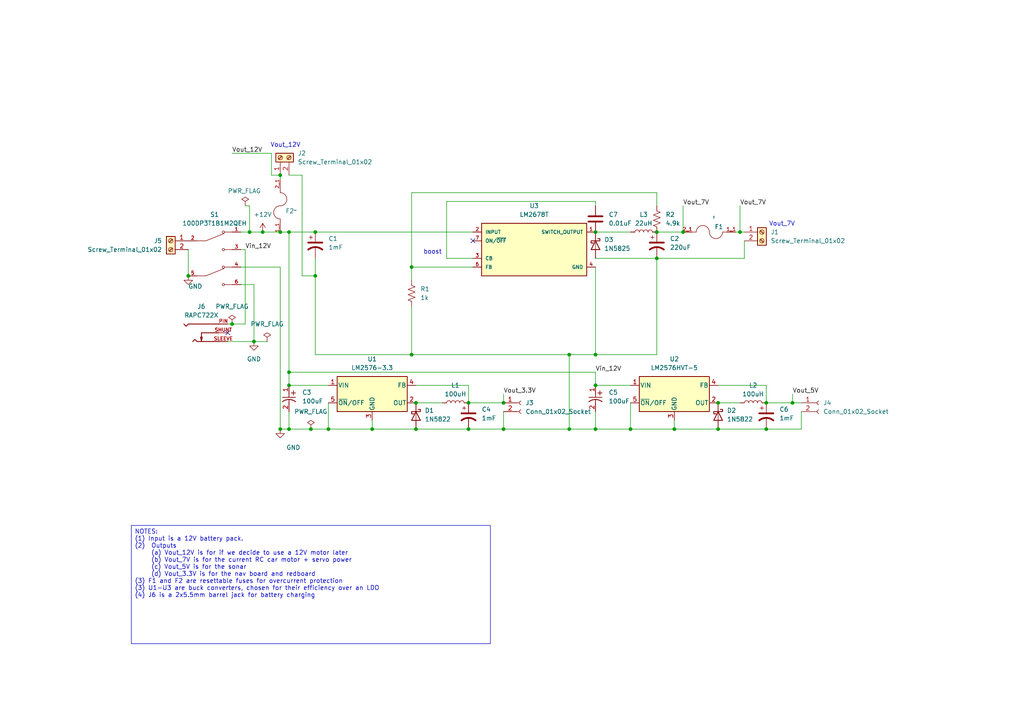
<source format=kicad_sch>
(kicad_sch (version 20231120) (generator "eeschema") (generator_version "8.0")
  (paper "A4")
  (title_block (title "Team 11 PDU") (date "2024-10-24") (rev "0.1"))
  (lib_symbols
    (symbol "2024-10-27_12-41-39:UHE1H221MPD" (pin_names (offset 0.254))
      (property "Reference" "C" (at 3.81 3.81 0))
      (property "Value" "UHE1H221MPD" (at 3.81 -3.81 0))
      (symbol "UHE1H221MPD_1_1"
        (polyline (pts (xy 1.5748 1.27) (xy 2.8448 1.27)) (stroke (width 0.2032)))
        (polyline (pts (xy 2.2098 0.635) (xy 2.2098 1.905)) (stroke (width 0.2032)))
        (polyline (pts (xy 2.54 0) (xy 3.4798 0)) (stroke (width 0.2032)))
        (polyline (pts (xy 3.4798 -1.905) (xy 3.4798 1.905)) (stroke (width 0.2032)))
        (polyline (pts (xy 4.1148 0) (xy 5.08 0)) (stroke (width 0.2032)))
        (arc (start 4.7541 1.9108) (mid 4.1148 0) (end 4.7541 -1.9108) (stroke (width 0.254)))
        (pin unspecified line (at 0 0 0) (length 2.54) (name "") (number "1"))
        (pin unspecified line (at 7.62 0 180) (length 2.54) (name "") (number "2"))
      )
      (symbol "UHE1H221MPD_1_2"
        (polyline (pts (xy -1.905 -3.4798) (xy 1.905 -3.4798)) (stroke (width 0.2032)))
        (polyline (pts (xy 0 -4.1148) (xy 0 -5.08)) (stroke (width 0.2032)))
        (polyline (pts (xy 0 -2.54) (xy 0 -3.4798)) (stroke (width 0.2032)))
        (polyline (pts (xy 0.635 -2.2098) (xy 1.905 -2.2098)) (stroke (width 0.2032)))
        (polyline (pts (xy 1.27 -1.5748) (xy 1.27 -2.8448)) (stroke (width 0.2032)))
        (arc (start 1.9108 -4.7541) (mid 0 -4.1148) (end -1.9108 -4.7541) (stroke (width 0.254)))
        (pin unspecified line (at 0 -7.62 90) (length 2.54) (name "") (number "1"))
        (pin unspecified line (at 0 0 270) (length 2.54) (name "") (number "2"))
      )
    )
    (symbol "Connector:Conn_01x02_Socket" (pin_names (offset 1.016) hide)
      (property "Reference" "J" (at 0 2.54 0))
      (property "Value" "Conn_01x02_Socket" (at 0 -5.08 0))
      (symbol "Conn_01x02_Socket_1_1"
        (arc (start 0 -2.032) (mid -0.5058 -2.54) (end 0 -3.048) (stroke (width 0.1524)))
        (polyline (pts (xy -1.27 -2.54) (xy -0.508 -2.54)) (stroke (width 0.1524)))
        (polyline (pts (xy -1.27 0) (xy -0.508 0)) (stroke (width 0.1524)))
        (arc (start 0 0.508) (mid -0.5058 0) (end 0 -0.508) (stroke (width 0.1524)))
        (pin passive line (at -5.08 0 0) (length 3.81) (name "Pin_1") (number "1"))
        (pin passive line (at -5.08 -2.54 0) (length 3.81) (name "Pin_2") (number "2"))
      )
    )
    (symbol "Connector:Screw_Terminal_01x02" (pin_names (offset 1.016) hide)
      (property "Reference" "J" (at 0 2.54 0))
      (property "Value" "Screw_Terminal_01x02" (at 0 -5.08 0))
      (symbol "Screw_Terminal_01x02_1_1"
        (rectangle (start -1.27 1.27) (end 1.27 -3.81) (stroke (width 0.254)) (fill (type background)))
        (circle (center 0 -2.54) (radius 0.635) (stroke (width 0.1524)))
        (polyline (pts (xy -0.5334 -2.2098) (xy 0.3302 -3.048)) (stroke (width 0.1524)))
        (polyline (pts (xy -0.5334 0.3302) (xy 0.3302 -0.508)) (stroke (width 0.1524)))
        (polyline (pts (xy -0.3556 -2.032) (xy 0.508 -2.8702)) (stroke (width 0.1524)))
        (polyline (pts (xy -0.3556 0.508) (xy 0.508 -0.3302)) (stroke (width 0.1524)))
        (circle (center 0 0) (radius 0.635) (stroke (width 0.1524)))
        (pin passive line (at -5.08 0 0) (length 3.81) (name "Pin_1") (number "1"))
        (pin passive line (at -5.08 -2.54 0) (length 3.81) (name "Pin_2") (number "2"))
      )
    )
    (symbol "DPDT:100DP3T1B1M2QEH" (pin_names (offset 1.016))
      (property "Reference" "S" (at -2.54 10.16 0))
      (property "Value" "100DP3T1B1M2QEH" (at -2.54 -10.16 0))
      (symbol "100DP3T1B1M2QEH_0_0"
        (polyline (pts (xy -2.54 -5.08) (xy -5.08 -5.08)) (stroke (width 0.1524)))
        (polyline (pts (xy -2.54 -5.08) (xy 2.794 -2.9464)) (stroke (width 0.1524)))
        (polyline (pts (xy -2.54 5.08) (xy -5.08 5.08)) (stroke (width 0.1524)))
        (polyline (pts (xy -2.54 5.08) (xy 2.794 7.2136)) (stroke (width 0.1524)))
        (polyline (pts (xy 5.08 -7.62) (xy 2.921 -7.62)) (stroke (width 0.1524)))
        (polyline (pts (xy 5.08 -2.54) (xy 2.921 -2.54)) (stroke (width 0.1524)))
        (polyline (pts (xy 5.08 2.54) (xy 2.921 2.54)) (stroke (width 0.1524)))
        (polyline (pts (xy 5.08 7.62) (xy 2.921 7.62)) (stroke (width 0.1524)))
        (circle (center 2.54 -7.62) (radius 0.3302) (stroke (width 0.1524)))
        (circle (center 2.54 -2.54) (radius 0.3302) (stroke (width 0.1524)))
        (circle (center 2.54 2.54) (radius 0.3302) (stroke (width 0.1524)))
        (circle (center 2.54 7.62) (radius 0.3302) (stroke (width 0.1524)))
        (pin passive line (at 7.62 7.62 180) (length 2.54) (name "~") (number "1"))
        (pin passive line (at -7.62 5.08 0) (length 2.54) (name "~") (number "2"))
        (pin passive line (at 7.62 2.54 180) (length 2.54) (name "~") (number "3"))
        (pin passive line (at 7.62 -2.54 180) (length 2.54) (name "~") (number "4"))
        (pin passive line (at -7.62 -5.08 0) (length 2.54) (name "~") (number "5"))
        (pin passive line (at 7.62 -7.62 180) (length 2.54) (name "~") (number "6"))
      )
    )
    (symbol "Device:C" (pin_numbers hide) (pin_names (offset 0.254))
      (property "Reference" "C" (at 0.635 2.54 0))
      (property "Value" "C" (at 0.635 -2.54 0))
      (symbol "C_0_1"
        (polyline (pts (xy -2.032 -0.762) (xy 2.032 -0.762)) (stroke (width 0.508)))
        (polyline (pts (xy -2.032 0.762) (xy 2.032 0.762)) (stroke (width 0.508)))
      )
      (symbol "C_1_1"
        (pin passive line (at 0 3.81 270) (length 2.794) (name "~") (number "1"))
        (pin passive line (at 0 -3.81 90) (length 2.794) (name "~") (number "2"))
      )
    )
    (symbol "Device:C_Polarized_US" (pin_numbers hide) (pin_names (offset 0.254) hide)
      (property "Reference" "C" (at 0.635 2.54 0))
      (property "Value" "C_Polarized_US" (at 0.635 -2.54 0))
      (symbol "C_Polarized_US_0_1"
        (polyline (pts (xy -2.032 0.762) (xy 2.032 0.762)) (stroke (width 0.508)))
        (polyline (pts (xy -1.778 2.286) (xy -0.762 2.286)))
        (polyline (pts (xy -1.27 1.778) (xy -1.27 2.794)))
        (arc (start 2.032 -1.27) (mid 0 -0.5572) (end -2.032 -1.27) (stroke (width 0.508)))
      )
      (symbol "C_Polarized_US_1_1"
        (pin passive line (at 0 3.81 270) (length 2.794) (name "~") (number "1"))
        (pin passive line (at 0 -3.81 90) (length 3.302) (name "~") (number "2"))
      )
    )
    (symbol "Device:L" (pin_numbers hide) (pin_names (offset 1.016) hide)
      (property "Reference" "L" (at -1.27 0 90))
      (property "Value" "L" (at 1.905 0 90))
      (symbol "L_0_1"
        (arc (start 0 -2.54) (mid 0.6323 -1.905) (end 0 -1.27))
        (arc (start 0 -1.27) (mid 0.6323 -0.635) (end 0 0))
        (arc (start 0 0) (mid 0.6323 0.635) (end 0 1.27))
        (arc (start 0 1.27) (mid 0.6323 1.905) (end 0 2.54))
      )
      (symbol "L_1_1"
        (pin passive line (at 0 3.81 270) (length 1.27) (name "1") (number "1"))
        (pin passive line (at 0 -3.81 90) (length 1.27) (name "2") (number "2"))
      )
    )
    (symbol "Device:R_US" (pin_numbers hide) (pin_names (offset 0))
      (property "Reference" "R" (at 2.54 0 90))
      (property "Value" "R_US" (at -2.54 0 90))
      (symbol "R_US_0_1"
        (polyline (pts (xy 0 -2.286) (xy 0 -2.54)))
        (polyline (pts (xy 0 2.286) (xy 0 2.54)))
        (polyline (pts (xy 0 -0.762) (xy 1.016 -1.143) (xy 0 -1.524) (xy -1.016 -1.905) (xy 0 -2.286)))
        (polyline (pts (xy 0 0.762) (xy 1.016 0.381) (xy 0 0) (xy -1.016 -0.381) (xy 0 -0.762)))
        (polyline (pts (xy 0 2.286) (xy 1.016 1.905) (xy 0 1.524) (xy -1.016 1.143) (xy 0 0.762)))
      )
      (symbol "R_US_1_1"
        (pin passive line (at 0 3.81 270) (length 1.27) (name "~") (number "1"))
        (pin passive line (at 0 -3.81 90) (length 1.27) (name "~") (number "2"))
      )
    )
    (symbol "Diode:1N5822" (pin_numbers hide) (pin_names (offset 1.016) hide)
      (property "Reference" "D" (at 0 2.54 0))
      (property "Value" "1N5822" (at 0 -2.54 0))
      (symbol "1N5822_0_1"
        (polyline (pts (xy 1.27 0) (xy -1.27 0)))
        (polyline (pts (xy 1.27 1.27) (xy 1.27 -1.27) (xy -1.27 0) (xy 1.27 1.27)) (stroke (width 0.254)))
        (polyline (pts (xy -1.905 0.635) (xy -1.905 1.27) (xy -1.27 1.27) (xy -1.27 -1.27) (xy -0.635 -1.27) (xy -0.635 -0.635)) (stroke (width 0.254)))
      )
      (symbol "1N5822_1_1"
        (pin passive line (at -3.81 0 0) (length 2.54) (name "K") (number "1"))
        (pin passive line (at 3.81 0 180) (length 2.54) (name "A") (number "2"))
      )
    )
    (symbol "LM2678b:LM2678T-ADJ_NOPB" (pin_names (offset 1.016))
      (property "Reference" "U" (at -15.3073 7.6536 0))
      (property "Value" "LM2678T-ADJ_NOPB" (at -15.2977 -10.1985 0))
      (symbol "LM2678T-ADJ_NOPB_0_0"
        (rectangle (start -15.24 -7.62) (end 15.24 7.62) (stroke (width 0.254)) (fill (type background)))
        (pin output line (at 17.78 5.08 180) (length 2.54) (name "SWITCH_OUTPUT") (number "1"))
        (pin input line (at -17.78 5.08 0) (length 2.54) (name "INPUT") (number "2"))
        (pin input line (at -17.78 -2.54 0) (length 2.54) (name "CB") (number "3"))
        (pin power_in line (at 17.78 -5.08 180) (length 2.54) (name "GND") (number "4"))
        (pin input line (at -17.78 -5.08 0) (length 2.54) (name "FB") (number "6"))
        (pin input line (at -17.78 2.54 0) (length 2.54) (name "ON/~{OFF}") (number "7"))
      )
    )
    (symbol "Regulator_Switching:GL2576-3.3TB5T" (pin_names (offset 0.254))
      (property "Reference" "U" (at -10.16 6.35 0))
      (property "Value" "GL2576-3.3TB5T" (at 0 6.35 0))
      (symbol "GL2576-3.3TB5T_0_1"
        (rectangle (start -10.16 5.08) (end 10.16 -5.08) (stroke (width 0.254)) (fill (type background)))
      )
      (symbol "GL2576-3.3TB5T_1_1"
        (pin power_in line (at -12.7 2.54 0) (length 2.54) (name "VIN") (number "1"))
        (pin output line (at 12.7 -2.54 180) (length 2.54) (name "OUT") (number "2"))
        (pin power_in line (at 0 -7.62 90) (length 2.54) (name "GND") (number "3"))
        (pin input line (at 12.7 2.54 180) (length 2.54) (name "FB") (number "4"))
        (pin input line (at -12.7 -2.54 0) (length 2.54) (name "~{ON}/OFF") (number "5"))
      )
    )
    (symbol "Regulator_Switching:LM2576HVT-5" (pin_names (offset 0.254))
      (property "Reference" "U" (at -10.16 6.35 0))
      (property "Value" "LM2576HVT-5" (at 0 6.35 0))
      (symbol "LM2576HVT-5_0_1"
        (rectangle (start -10.16 5.08) (end 10.16 -5.08) (stroke (width 0.254)) (fill (type background)))
      )
      (symbol "LM2576HVT-5_1_1"
        (pin power_in line (at -12.7 2.54 0) (length 2.54) (name "VIN") (number "1"))
        (pin output line (at 12.7 -2.54 180) (length 2.54) (name "OUT") (number "2"))
        (pin power_in line (at 0 -7.62 90) (length 2.54) (name "GND") (number "3"))
        (pin input line (at 12.7 2.54 180) (length 2.54) (name "FB") (number "4"))
        (pin input line (at -12.7 -2.54 0) (length 2.54) (name "~{ON}/OFF") (number "5"))
      )
    )
    (symbol "barrel:RAPC722X" (pin_names (offset 1.016))
      (property "Reference" "J" (at -5.08 5.08 0))
      (property "Value" "RAPC722X" (at -5.08 -6.35 0))
      (symbol "RAPC722X_0_0"
        (polyline (pts (xy -4.445 1.905) (xy -5.08 2.54)) (stroke (width 0.254)))
        (polyline (pts (xy -3.81 2.54) (xy -4.445 1.905)) (stroke (width 0.254)))
        (polyline (pts (xy -1.905 -1.905) (xy -2.54 -2.54)) (stroke (width 0.254)))
        (polyline (pts (xy -1.27 -2.54) (xy -1.905 -1.905)) (stroke (width 0.254)))
        (polyline (pts (xy 0 0) (xy 0 -2.54)) (stroke (width 0.254)))
        (polyline (pts (xy 0 0) (xy 5.08 0)) (stroke (width 0.254)))
        (polyline (pts (xy 5.08 -2.54) (xy -1.27 -2.54)) (stroke (width 0.254)))
        (polyline (pts (xy 5.08 2.54) (xy -3.81 2.54)) (stroke (width 0.254)))
        (polyline (pts (xy 0 -2.286) (xy 0.254 -1.27) (xy -0.254 -1.27) (xy 0 -2.286)) (stroke (width 0.254)) (fill (type outline)))
        (pin passive line (at 7.62 2.54 180) (length 2.54) (name "~") (number "PIN"))
        (pin passive line (at 7.62 0 180) (length 2.54) (name "~") (number "SHUNT"))
        (pin passive line (at 7.62 -2.54 180) (length 2.54) (name "~") (number "SLEEVE"))
      )
    )
    (symbol "fz_holder:3557-10" (pin_names (offset 1.016))
      (property "Reference" "F" (at -2.54 5.08 0))
      (property "Value" "3557-10" (at -2.54 -5.08 0))
      (symbol "3557-10_0_0"
        (arc (start 0 0) (mid -1.905 1.8967) (end -3.81 0) (stroke (width 0.1524)))
        (polyline (pts (xy -5.08 0) (xy -3.81 0)) (stroke (width 0.1524)))
        (polyline (pts (xy 5.08 0) (xy 3.81 0)) (stroke (width 0.1524)))
        (arc (start 0 0) (mid 1.905 -1.8967) (end 3.81 0) (stroke (width 0.1524)))
        (pin passive line (at -7.62 0 0) (length 2.54) (name "~") (number "1_1"))
        (pin passive line (at 7.62 0 180) (length 2.54) (name "~") (number "2_1"))
      )
    )
    (symbol "power:+12V" (power) (pin_numbers hide) (pin_names (offset 0) hide)
      (property "Value" "+12V" (at 0 3.556 0))
      (symbol "+12V_0_1"
        (polyline (pts (xy -0.762 1.27) (xy 0 2.54)))
        (polyline (pts (xy 0 0) (xy 0 2.54)))
        (polyline (pts (xy 0 2.54) (xy 0.762 1.27)))
      )
      (symbol "+12V_1_1"
        (pin power_in line (at 0 0 90) (length 0) (name "~") (number "1"))
      )
    )
    (symbol "power:GND" (power) (pin_numbers hide) (pin_names (offset 0) hide)
      (property "Value" "GND" (at 0 -3.81 0))
      (symbol "GND_0_1"
        (polyline (pts (xy 0 0) (xy 0 -1.27) (xy 1.27 -1.27) (xy 0 -2.54) (xy -1.27 -1.27) (xy 0 -1.27)))
      )
      (symbol "GND_1_1"
        (pin power_in line (at 0 0 270) (length 0) (name "~") (number "1"))
      )
    )
    (symbol "power:PWR_FLAG" (power) (pin_numbers hide) (pin_names (offset 0) hide)
      (property "Value" "PWR_FLAG" (at 0 3.81 0))
      (symbol "PWR_FLAG_0_0"
        (pin power_out line (at 0 0 90) (length 0) (name "~") (number "1"))
      )
      (symbol "PWR_FLAG_0_1"
        (polyline (pts (xy 0 0) (xy 0 1.27) (xy -1.016 1.905) (xy 0 2.54) (xy 1.016 1.905) (xy 0 1.27)))
      )
    )
  )
  (junction (at 95.25 124.46))
  (junction (at 172.72 124.46))
  (junction (at 119.38 77.47))
  (junction (at 83.82 107.95))
  (junction (at 91.44 67.31))
  (junction (at 198.12 67.31))
  (junction (at 165.1 102.87))
  (junction (at 182.88 124.46))
  (junction (at 190.5 67.31))
  (junction (at 208.28 124.46))
  (junction (at 172.72 102.87))
  (junction (at 195.58 124.46))
  (junction (at 214.63 67.31))
  (junction (at 135.89 124.46))
  (junction (at 83.82 111.76))
  (junction (at 146.05 124.46))
  (junction (at 120.65 116.84))
  (junction (at 146.05 116.84))
  (junction (at 54.61 80.01))
  (junction (at 73.66 99.06))
  (junction (at 222.25 124.46))
  (junction (at 81.28 50.8))
  (junction (at 91.44 80.01))
  (junction (at 83.82 67.31))
  (junction (at 90.17 124.46))
  (junction (at 81.28 67.31))
  (junction (at 67.31 93.98))
  (junction (at 208.28 116.84))
  (junction (at 222.25 116.84))
  (junction (at 165.1 124.46))
  (junction (at 190.5 74.93))
  (junction (at 107.95 124.46))
  (junction (at 120.65 124.46))
  (junction (at 135.89 116.84))
  (junction (at 172.72 111.76))
  (junction (at 229.87 116.84))
  (junction (at 119.38 102.87))
  (junction (at 76.2 67.31))
  (junction (at 81.28 124.46))
  (junction (at 83.82 124.46))
  (junction (at 72.39 67.31))
  (junction (at 172.72 67.31))
  (no_connect (at 137.16 69.85))
  (no_connect (at 66.04 96.52))
  (wire (pts (xy 91.44 102.87) (xy 119.38 102.87)))
  (wire (pts (xy 232.41 119.38) (xy 232.41 124.46)))
  (wire (pts (xy 83.82 111.76) (xy 95.25 111.76)))
  (wire (pts (xy 129.54 74.93) (xy 137.16 74.93)))
  (wire (pts (xy 71.12 93.98) (xy 67.31 93.98)))
  (wire (pts (xy 229.87 116.84) (xy 232.41 116.84)))
  (wire (pts (xy 81.28 50.8) (xy 81.28 52.07)))
  (wire (pts (xy 146.05 116.84) (xy 135.89 116.84)))
  (wire (pts (xy 73.66 99.06) (xy 66.04 99.06)))
  (wire (pts (xy 198.12 59.69) (xy 198.12 67.31)))
  (wire (pts (xy 72.39 59.69) (xy 72.39 67.31)))
  (wire (pts (xy 182.88 116.84) (xy 182.88 124.46)))
  (wire (pts (xy 83.82 124.46) (xy 90.17 124.46)))
  (wire (pts (xy 71.12 72.39) (xy 71.12 93.98)))
  (wire (pts (xy 190.5 74.93) (xy 190.5 102.87)))
  (wire (pts (xy 172.72 58.42) (xy 172.72 59.69)))
  (wire (pts (xy 135.89 116.84) (xy 135.89 111.76)))
  (wire (pts (xy 83.82 107.95) (xy 83.82 67.31)))
  (wire (pts (xy 190.5 67.31) (xy 198.12 67.31)))
  (wire (pts (xy 81.28 77.47) (xy 81.28 124.46)))
  (wire (pts (xy 172.72 111.76) (xy 172.72 107.95)))
  (wire (pts (xy 67.31 44.45) (xy 78.74 44.45)))
  (wire (pts (xy 190.5 55.88) (xy 119.38 55.88)))
  (wire (pts (xy 73.66 82.55) (xy 73.66 99.06)))
  (wire (pts (xy 229.87 116.84) (xy 222.25 116.84)))
  (wire (pts (xy 78.74 44.45) (xy 78.74 50.8)))
  (wire (pts (xy 69.85 67.31) (xy 72.39 67.31)))
  (wire (pts (xy 190.5 74.93) (xy 215.9 74.93)))
  (wire (pts (xy 119.38 102.87) (xy 165.1 102.87)))
  (wire (pts (xy 95.25 116.84) (xy 95.25 124.46)))
  (wire (pts (xy 81.28 124.46) (xy 83.82 124.46)))
  (wire (pts (xy 91.44 67.31) (xy 137.16 67.31)))
  (wire (pts (xy 165.1 102.87) (xy 172.72 102.87)))
  (wire (pts (xy 91.44 80.01) (xy 91.44 102.87)))
  (wire (pts (xy 78.74 50.8) (xy 81.28 50.8)))
  (wire (pts (xy 172.72 74.93) (xy 190.5 74.93)))
  (wire (pts (xy 146.05 119.38) (xy 146.05 124.46)))
  (wire (pts (xy 195.58 124.46) (xy 208.28 124.46)))
  (wire (pts (xy 229.87 114.3) (xy 229.87 116.84)))
  (wire (pts (xy 83.82 50.8) (xy 87.63 50.8)))
  (wire (pts (xy 128.27 116.84) (xy 120.65 116.84)))
  (wire (pts (xy 208.28 116.84) (xy 214.63 116.84)))
  (wire (pts (xy 172.72 124.46) (xy 182.88 124.46)))
  (wire (pts (xy 208.28 124.46) (xy 222.25 124.46)))
  (wire (pts (xy 172.72 107.95) (xy 83.82 107.95)))
  (wire (pts (xy 172.72 77.47) (xy 172.72 102.87)))
  (wire (pts (xy 213.36 67.31) (xy 214.63 67.31)))
  (wire (pts (xy 81.28 67.31) (xy 83.82 67.31)))
  (wire (pts (xy 146.05 124.46) (xy 165.1 124.46)))
  (wire (pts (xy 214.63 59.69) (xy 214.63 67.31)))
  (wire (pts (xy 87.63 80.01) (xy 91.44 80.01)))
  (wire (pts (xy 172.72 119.38) (xy 172.72 124.46)))
  (wire (pts (xy 69.85 82.55) (xy 73.66 82.55)))
  (wire (pts (xy 67.31 93.98) (xy 66.04 93.98)))
  (wire (pts (xy 54.61 72.39) (xy 54.61 80.01)))
  (wire (pts (xy 208.28 111.76) (xy 222.25 111.76)))
  (wire (pts (xy 172.72 67.31) (xy 182.88 67.31)))
  (wire (pts (xy 95.25 124.46) (xy 107.95 124.46)))
  (wire (pts (xy 214.63 67.31) (xy 215.9 67.31)))
  (wire (pts (xy 77.47 99.06) (xy 73.66 99.06)))
  (wire (pts (xy 83.82 67.31) (xy 91.44 67.31)))
  (wire (pts (xy 83.82 107.95) (xy 83.82 111.76)))
  (wire (pts (xy 190.5 59.69) (xy 190.5 55.88)))
  (wire (pts (xy 69.85 77.47) (xy 81.28 77.47)))
  (wire (pts (xy 119.38 88.9) (xy 119.38 102.87)))
  (wire (pts (xy 146.05 114.3) (xy 146.05 116.84)))
  (wire (pts (xy 107.95 121.92) (xy 107.95 124.46)))
  (wire (pts (xy 120.65 124.46) (xy 135.89 124.46)))
  (wire (pts (xy 165.1 102.87) (xy 165.1 124.46)))
  (wire (pts (xy 76.2 67.31) (xy 81.28 67.31)))
  (wire (pts (xy 69.85 72.39) (xy 71.12 72.39)))
  (wire (pts (xy 83.82 119.38) (xy 83.82 124.46)))
  (wire (pts (xy 87.63 50.8) (xy 87.63 80.01)))
  (wire (pts (xy 182.88 124.46) (xy 195.58 124.46)))
  (wire (pts (xy 129.54 58.42) (xy 172.72 58.42)))
  (wire (pts (xy 119.38 77.47) (xy 137.16 77.47)))
  (wire (pts (xy 215.9 69.85) (xy 215.9 74.93)))
  (wire (pts (xy 72.39 67.31) (xy 76.2 67.31)))
  (wire (pts (xy 222.25 124.46) (xy 232.41 124.46)))
  (wire (pts (xy 165.1 124.46) (xy 172.72 124.46)))
  (wire (pts (xy 172.72 111.76) (xy 182.88 111.76)))
  (wire (pts (xy 90.17 124.46) (xy 95.25 124.46)))
  (wire (pts (xy 107.95 124.46) (xy 120.65 124.46)))
  (wire (pts (xy 172.72 102.87) (xy 190.5 102.87)))
  (wire (pts (xy 135.89 111.76) (xy 120.65 111.76)))
  (wire (pts (xy 71.12 59.69) (xy 72.39 59.69)))
  (wire (pts (xy 91.44 74.93) (xy 91.44 80.01)))
  (wire (pts (xy 135.89 124.46) (xy 146.05 124.46)))
  (wire (pts (xy 222.25 111.76) (xy 222.25 116.84)))
  (wire (pts (xy 195.58 124.46) (xy 195.58 121.92)))
  (wire (pts (xy 129.54 74.93) (xy 129.54 58.42)))
  (wire (pts (xy 119.38 77.47) (xy 119.38 81.28)))
  (wire (pts (xy 119.38 55.88) (xy 119.38 77.47)))
  (text_box "NOTES:\n(1) Input is a 12V battery pack.\n(2)	Outputs\n	(a) Vout_12V is for if we decide to use a 12V motor later\n	(b) Vout_7V is for the current RC car motor + servo power\n	(c) Vout_5V is for the sonar\n	(d) Vout_3.3V is for the nav board and redboard\n(3) F1 and F2 are resettable fuses for overcurrent protection\n(3) U1-U3 are buck converters, chosen for their efficiency over an LDO\n(4) J6 is a 2x5.5mm barrel jack for battery charging" (at 38.1 152.4 0) (size 104.14 34.29) (effects (font (size 1.27 1.27)) (justify left top)))
  (text "Vout_12V" (at 82.804 42.164 0) (effects (font (size 1.27 1.27))))
  (text "boost" (at 125.476 73.152 0) (effects (font (size 1.27 1.27))))
  (text "Vout_7V" (at 226.822 65.024 0) (effects (font (size 1.27 1.27))))
  (label "Vin_12V" (at 71.12 72.39 0))
  (label "Vout_7V" (at 198.12 59.69 0))
  (label "Vout_3.3V" (at 146.05 114.3 0))
  (label "Vin_12V" (at 172.72 107.95 0))
  (label "Vout_7V" (at 214.63 59.69 0))
  (label "Vout_12V" (at 67.31 44.45 0))
  (label "Vout_5V" (at 229.87 114.3 0))
  (symbol (lib_id "fz_holder:3557-10") (at 81.28 59.69 90) (unit 1)
    (property "Reference" "F2" (at 82.804 61.214 90) (effects (justify right)))
    (property "Value" "~" (at 85.09 60.96 90) (effects (justify right)))
    (property "Footprint" "3557-10:FUSE_3557-10" (effects (hide yes)))
    (property "PARTREV" "D" (effects (hide yes)))
    (property "STANDARD" "Manufacturer Recommendation" (effects (hide yes)))
    (property "SNAPEDA_PN" "3557-2" (effects (hide yes)))
    (property "MAXIMUM_PACKAGE_HEIGHT" "7.37mm" (effects (hide yes)))
    (property "MANUFACTURER" "Keystone" (effects (hide yes)))
  )
  (symbol (lib_id "power:PWR_FLAG") (at 67.31 93.98 0) (unit 1)
    (property "Reference" "#FLG03" (effects (hide yes)))
    (property "Value" "PWR_FLAG" (at 67.31 88.9 0))
    (property "Description" "Special symbol for telling ERC where power comes from" (effects (hide yes)))
  )
  (symbol (lib_id "Connector:Screw_Terminal_01x02") (at 81.28 45.72 90) (unit 1)
    (property "Reference" "J2" (at 86.36 44.4499 90) (effects (justify right)))
    (property "Value" "Screw_Terminal_01x02" (at 86.36 46.9899 90) (effects (justify right)))
    (property "Footprint" "_footprints:CUI_TB002-500-02BE" (effects (hide yes)))
    (property "Description" "Generic screw terminal, single row, 01x02, script generated (kicad-library-utils/schlib/autogen/connector/)" (effects (hide yes)))
  )
  (symbol (lib_id "Device:L") (at 186.69 67.31 90) (unit 1)
    (property "Reference" "L3" (at 186.69 62.23 90))
    (property "Value" "22uH" (at 186.69 64.77 90))
    (property "Footprint" "_footprints:1422311C_MUR" (effects (hide yes)))
    (property "Description" "Inductor" (effects (hide yes)))
  )
  (symbol (lib_id "Diode:1N5822") (at 208.28 120.65 270) (unit 1)
    (property "Reference" "D2" (at 210.82 119.0624 90) (effects (justify left)))
    (property "Value" "1N5822" (at 210.82 121.6024 90) (effects (justify left)))
    (property "Footprint" "Diode_THT:D_DO-201AD_P12.70mm_Horizontal" (effects (hide yes)))
    (property "Datasheet" "http://www.vishay.com/docs/88526/1n5820.pdf" (effects (hide yes)))
    (property "Description" "40V 3A Schottky Barrier Rectifier Diode, DO-201AD" (effects (hide yes)))
  )
  (symbol (lib_id "fz_holder:3557-10") (at 205.74 67.31 180) (unit 1)
    (property "Reference" "F1" (at 207.264 65.786 0) (effects (justify right)))
    (property "Value" "~" (at 207.01 63.5 90) (effects (justify right)))
    (property "Footprint" "3557-10:FUSE_3557-10" (effects (hide yes)))
    (property "PARTREV" "D" (effects (hide yes)))
    (property "STANDARD" "Manufacturer Recommendation" (effects (hide yes)))
    (property "SNAPEDA_PN" "3557-2" (effects (hide yes)))
    (property "MAXIMUM_PACKAGE_HEIGHT" "7.37mm" (effects (hide yes)))
    (property "MANUFACTURER" "Keystone" (effects (hide yes)))
  )
  (symbol (lib_id "Device:L") (at 132.08 116.84 90) (unit 1)
    (property "Reference" "L1" (at 132.08 111.76 90))
    (property "Value" "100uH" (at 132.08 114.3 90))
    (property "Footprint" "_footprints:1410454C_MUR" (effects (hide yes)))
    (property "Description" "Inductor" (effects (hide yes)))
  )
  (symbol (lib_id "DPDT:100DP3T1B1M2QEH") (at 62.23 74.93 0) (unit 1)
    (property "Reference" "S1" (at 62.23 62.23 0))
    (property "Value" "100DP3T1B1M2QEH" (at 62.23 64.77 0))
    (property "Footprint" "_footprints:SW_100DP3T1B1M2QEH" (effects (hide yes)))
    (property "PARTREV" "B" (effects (hide yes)))
    (property "MANUFACTURER" "E-switch" (effects (hide yes)))
    (property "SNAPEDA_PN" "100DP3T1B1M2QEH" (effects (hide yes)))
    (property "MAXIMUM_PACKAGE_HEIGHT" "29.99 mm" (effects (hide yes)))
    (property "STANDARD" "Manufacturer Recommendations" (effects (hide yes)))
  )
  (symbol (lib_id "Connector:Conn_01x02_Socket") (at 237.49 116.84 0) (unit 1)
    (property "Reference" "J4" (at 238.76 116.8399 0) (effects (justify left)))
    (property "Value" "Conn_01x02_Socket" (at 238.76 119.3799 0) (effects (justify left)))
    (property "Footprint" "_footprints:CONN_PPPC021_SUL" (effects (hide yes)))
    (property "Description" "Generic connector, single row, 01x02, script generated" (effects (hide yes)))
  )
  (symbol (lib_id "2024-10-27_12-41-39:UHE1H221MPD") (at 172.72 111.76 270) (unit 1)
    (property "Reference" "C5" (at 176.53 113.8173 90) (effects (justify left)))
    (property "Value" "100uF" (at 176.53 116.3573 90) (effects (justify left)))
    (property "Footprint" "_footprints:PCAP_10x16-THRU-ELECT_NCA" (effects (hide yes)))
    (property "Datasheet" "UHE1H221MPD" (effects (hide yes)))
    (property "Description" "Polarized capacitor, US symbol" (effects (hide yes)))
  )
  (symbol (lib_id "Connector:Conn_01x02_Socket") (at 151.13 116.84 0) (unit 1)
    (property "Reference" "J3" (at 152.4 116.8399 0) (effects (justify left)))
    (property "Value" "Conn_01x02_Socket" (at 152.4 119.3799 0) (effects (justify left)))
    (property "Footprint" "_footprints:CONN_PPPC021_SUL" (effects (hide yes)))
    (property "Description" "Generic connector, single row, 01x02, script generated" (effects (hide yes)))
  )
  (symbol (lib_id "Diode:1N5822") (at 172.72 71.12 270) (unit 1)
    (property "Reference" "D3" (at 175.26 69.5324 90) (effects (justify left)))
    (property "Value" "1N5825" (at 175.26 72.0724 90) (effects (justify left)))
    (property "Footprint" "Diode_THT:D_DO-201AD_P12.70mm_Horizontal" (effects (hide yes)))
    (property "Datasheet" "http://www.vishay.com/docs/88526/1n5820.pdf" (effects (hide yes)))
    (property "Description" "40V 3A Schottky Barrier Rectifier Diode, DO-201AD" (effects (hide yes)))
  )
  (symbol (lib_id "Connector:Screw_Terminal_01x02") (at 49.53 69.85 0) (mirror y) (unit 1)
    (property "Reference" "J5" (at 46.99 69.8499 0) (effects (justify left)))
    (property "Value" "Screw_Terminal_01x02" (at 46.99 72.3899 0) (effects (justify left)))
    (property "Footprint" "_footprints:CUI_TB002-500-02BE" (effects (hide yes)))
    (property "Description" "Generic screw terminal, single row, 01x02, script generated (kicad-library-utils/schlib/autogen/connector/)" (effects (hide yes)))
  )
  (symbol (lib_id "Regulator_Switching:LM2576HVT-5") (at 195.58 114.3 0) (unit 1)
    (property "Reference" "U2" (at 195.58 104.14 0))
    (property "Value" "LM2576HVT-5" (at 195.58 106.68 0))
    (property "Footprint" "_footprints:T05A_TEX" (effects (hide yes)))
    (property "Datasheet" "http://www.ti.com/lit/ds/symlink/lm2576.pdf" (effects (hide yes)))
    (property "Description" "5V, 3A SIMPLE SWITCHER® Step-Down Voltage Regulator, High Voltage Input, TO-220-5" (effects (hide yes)))
  )
  (symbol (lib_id "Connector:Screw_Terminal_01x02") (at 220.98 67.31 0) (unit 1)
    (property "Reference" "J1" (at 223.52 67.3099 0) (effects (justify left)))
    (property "Value" "Screw_Terminal_01x02" (at 223.52 69.8499 0) (effects (justify left)))
    (property "Footprint" "_footprints:CUI_TB002-500-02BE" (effects (hide yes)))
    (property "Description" "Generic screw terminal, single row, 01x02, script generated (kicad-library-utils/schlib/autogen/connector/)" (effects (hide yes)))
  )
  (symbol (lib_id "power:GND") (at 81.28 124.46 0) (unit 1)
    (property "Reference" "#PWR02" (effects (hide yes)))
    (property "Value" "GND" (at 85.09 129.794 0))
    (property "Description" "Power symbol creates a global label with name \"GND\" , ground" (effects (hide yes)))
  )
  (symbol (lib_id "power:+12V") (at 76.2 67.31 0) (unit 1)
    (property "Reference" "#PWR01" (effects (hide yes)))
    (property "Value" "+12V" (at 76.2 62.23 0))
    (property "Description" "Power symbol creates a global label with name \"+12V\"" (effects (hide yes)))
  )
  (symbol (lib_id "Device:C_Polarized_US") (at 222.25 120.65 0) (unit 1)
    (property "Reference" "C6" (at 226.06 118.7449 0) (effects (justify left)))
    (property "Value" "1mF" (at 226.06 121.2849 0) (effects (justify left)))
    (property "Footprint" "_footprints:CAP_12.5 X 25_NCH" (effects (hide yes)))
    (property "Description" "Polarized capacitor, US symbol" (effects (hide yes)))
  )
  (symbol (lib_id "Device:L") (at 218.44 116.84 90) (unit 1)
    (property "Reference" "L2" (at 218.44 111.76 90))
    (property "Value" "100uH" (at 218.44 114.3 90))
    (property "Footprint" "_footprints:1410454C_MUR" (effects (hide yes)))
    (property "Description" "Inductor" (effects (hide yes)))
  )
  (symbol (lib_id "power:GND") (at 73.66 99.06 0) (unit 1)
    (property "Reference" "#PWR03" (effects (hide yes)))
    (property "Value" "GND" (at 73.66 104.14 0))
    (property "Description" "Power symbol creates a global label with name \"GND\" , ground" (effects (hide yes)))
  )
  (symbol (lib_id "power:PWR_FLAG") (at 77.47 99.06 0) (unit 1)
    (property "Reference" "#FLG04" (effects (hide yes)))
    (property "Value" "PWR_FLAG" (at 77.47 93.98 0))
    (property "Description" "Special symbol for telling ERC where power comes from" (effects (hide yes)))
  )
  (symbol (lib_id "Diode:1N5822") (at 120.65 120.65 270) (unit 1)
    (property "Reference" "D1" (at 123.19 119.0624 90) (effects (justify left)))
    (property "Value" "1N5822" (at 123.19 121.6024 90) (effects (justify left)))
    (property "Footprint" "Diode_THT:D_DO-201AD_P12.70mm_Horizontal" (effects (hide yes)))
    (property "Datasheet" "http://www.vishay.com/docs/88526/1n5820.pdf" (effects (hide yes)))
    (property "Description" "40V 3A Schottky Barrier Rectifier Diode, DO-201AD" (effects (hide yes)))
  )
  (symbol (lib_id "barrel:RAPC722X") (at 58.42 96.52 0) (unit 1)
    (property "Reference" "J6" (at 58.42 88.9 0))
    (property "Value" "RAPC722X" (at 58.42 91.44 0))
    (property "Footprint" "_footprints:SWITCHCRAFT_RAPC722X" (effects (hide yes)))
    (property "PARTREV" "A" (effects (hide yes)))
    (property "STANDARD" "Manufacturer Recommendations" (effects (hide yes)))
    (property "MAXIMUM_PACKAGE_HEIGHT" "11 mm" (effects (hide yes)))
    (property "MANUFACTURER" "Switchcraft" (effects (hide yes)))
  )
  (symbol (lib_id "Device:C_Polarized_US") (at 91.44 71.12 0) (unit 1)
    (property "Reference" "C1" (at 95.25 69.2149 0) (effects (justify left)))
    (property "Value" "1mF" (at 95.25 71.7549 0) (effects (justify left)))
    (property "Footprint" "_footprints:CAP_12.5 X 25_NCH" (effects (hide yes)))
    (property "Description" "Polarized capacitor, US symbol" (effects (hide yes)))
  )
  (symbol (lib_id "Device:R_US") (at 190.5 63.5 0) (unit 1)
    (property "Reference" "R2" (at 193.04 62.2299 0) (effects (justify left)))
    (property "Value" "4.9k" (at 193.04 64.7699 0) (effects (justify left)))
    (property "Footprint" "_footprints:STA_RNF14_STP" (effects (hide yes)))
    (property "Description" "Resistor, US symbol" (effects (hide yes)))
  )
  (symbol (lib_id "Regulator_Switching:GL2576-3.3TB5T") (at 107.95 114.3 0) (unit 1)
    (property "Reference" "U1" (at 107.95 104.14 0))
    (property "Value" "LM2576-3.3" (at 107.95 106.68 0))
    (property "Footprint" "_footprints:T05A_TEX" (effects (hide yes)))
    (property "Datasheet" "http://www.dianyuan.com/bbs/u/54/437861181916300.pdf" (effects (hide yes)))
    (property "Description" "3.3V 3A, 52KHz Step Down Converter, TO220-5" (effects (hide yes)))
  )
  (symbol (lib_id "power:PWR_FLAG") (at 71.12 59.69 0) (unit 1)
    (property "Reference" "#FLG02" (effects (hide yes)))
    (property "Value" "PWR_FLAG" (at 70.866 55.372 0))
    (property "Description" "Special symbol for telling ERC where power comes from" (effects (hide yes)))
  )
  (symbol (lib_id "Device:C") (at 172.72 63.5 0) (unit 1)
    (property "Reference" "C7" (at 176.53 62.2299 0) (effects (justify left)))
    (property "Value" "0.01uF" (at 176.53 64.7699 0) (effects (justify left)))
    (property "Footprint" "_footprints:PHE-BD_KEM" (effects (hide yes)))
    (property "Description" "Unpolarized capacitor" (effects (hide yes)))
  )
  (symbol (lib_id "power:GND") (at 54.61 80.01 0) (unit 1)
    (property "Reference" "#PWR04" (effects (hide yes)))
    (property "Value" "GND" (at 56.642 83.058 0))
    (property "Description" "Power symbol creates a global label with name \"GND\" , ground" (effects (hide yes)))
  )
  (symbol (lib_id "Device:R_US") (at 119.38 85.09 180) (unit 1)
    (property "Reference" "R1" (at 121.92 83.8199 0) (effects (justify right)))
    (property "Value" "1k" (at 121.92 86.3599 0) (effects (justify right)))
    (property "Footprint" "_footprints:STA_RNF14_STP" (effects (hide yes)))
    (property "Description" "Resistor, US symbol" (effects (hide yes)))
  )
  (symbol (lib_id "Device:C_Polarized_US") (at 190.5 71.12 0) (unit 1)
    (property "Reference" "C2" (at 194.31 69.2149 0) (effects (justify left)))
    (property "Value" "220uF" (at 194.31 71.7549 0) (effects (justify left)))
    (property "Footprint" "_footprints:PCAP_10x16-THRU-ELECT_NCA" (effects (hide yes)))
    (property "Description" "Polarized capacitor, US symbol" (effects (hide yes)))
  )
  (symbol (lib_id "2024-10-27_12-41-39:UHE1H221MPD") (at 83.82 111.76 270) (unit 1)
    (property "Reference" "C3" (at 87.63 113.8173 90) (effects (justify left)))
    (property "Value" "100uF" (at 87.63 116.3573 90) (effects (justify left)))
    (property "Footprint" "_footprints:PCAP_10x16-THRU-ELECT_NCA" (effects (hide yes)))
    (property "Datasheet" "UHE1H221MPD" (effects (hide yes)))
    (property "Description" "Polarized capacitor, US symbol" (effects (hide yes)))
  )
  (symbol (lib_id "Device:C_Polarized_US") (at 135.89 120.65 0) (unit 1)
    (property "Reference" "C4" (at 139.7 118.7449 0) (effects (justify left)))
    (property "Value" "1mF" (at 139.7 121.2849 0) (effects (justify left)))
    (property "Footprint" "_footprints:CAP_12.5 X 25_NCH" (effects (hide yes)))
    (property "Description" "Polarized capacitor, US symbol" (effects (hide yes)))
  )
  (symbol (lib_id "power:PWR_FLAG") (at 90.17 124.46 0) (unit 1)
    (property "Reference" "#FLG01" (effects (hide yes)))
    (property "Value" "PWR_FLAG" (at 90.17 119.38 0))
    (property "Description" "Special symbol for telling ERC where power comes from" (effects (hide yes)))
  )
  (symbol (lib_id "LM2678b:LM2678T-ADJ_NOPB") (at 154.94 72.39 0) (unit 1)
    (property "Reference" "U3" (at 154.94 59.69 0))
    (property "Value" "LM2678T" (at 154.94 62.23 0))
    (property "Footprint" "_footprints:TO127P1041X469X2199-7N" (effects (hide yes)))
    (property "MANUFACTURER" "TEXAS INSTRUMENTS" (effects (hide yes)))
  )
)
</source>
